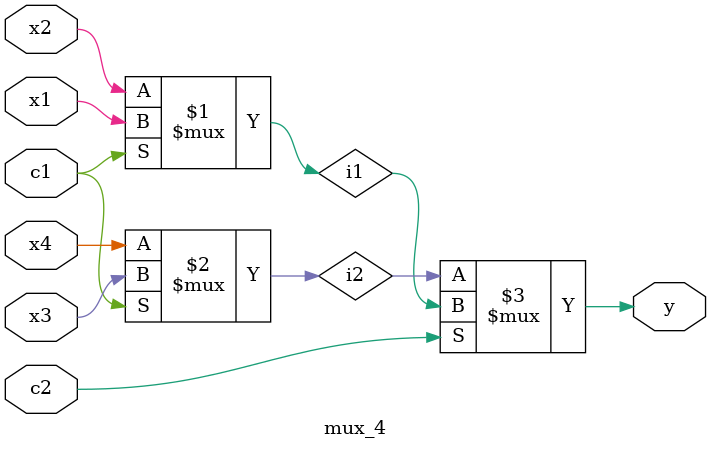
<source format=v>

module mux_4(x1,x2,x3,x4,c1,c2,y);

//i/o ports
input x1,x2,x3,x4,c1,c2;
output y;

//interconnecting wire
wire i1,i2;

//assign stage one
assign i1 = c1 ? x1 : x2;
assign i2 = c1 ? x3 : x4; 

//assign stage two
assign y = c2 ? i1 : i2;

//end module
endmodule


</source>
